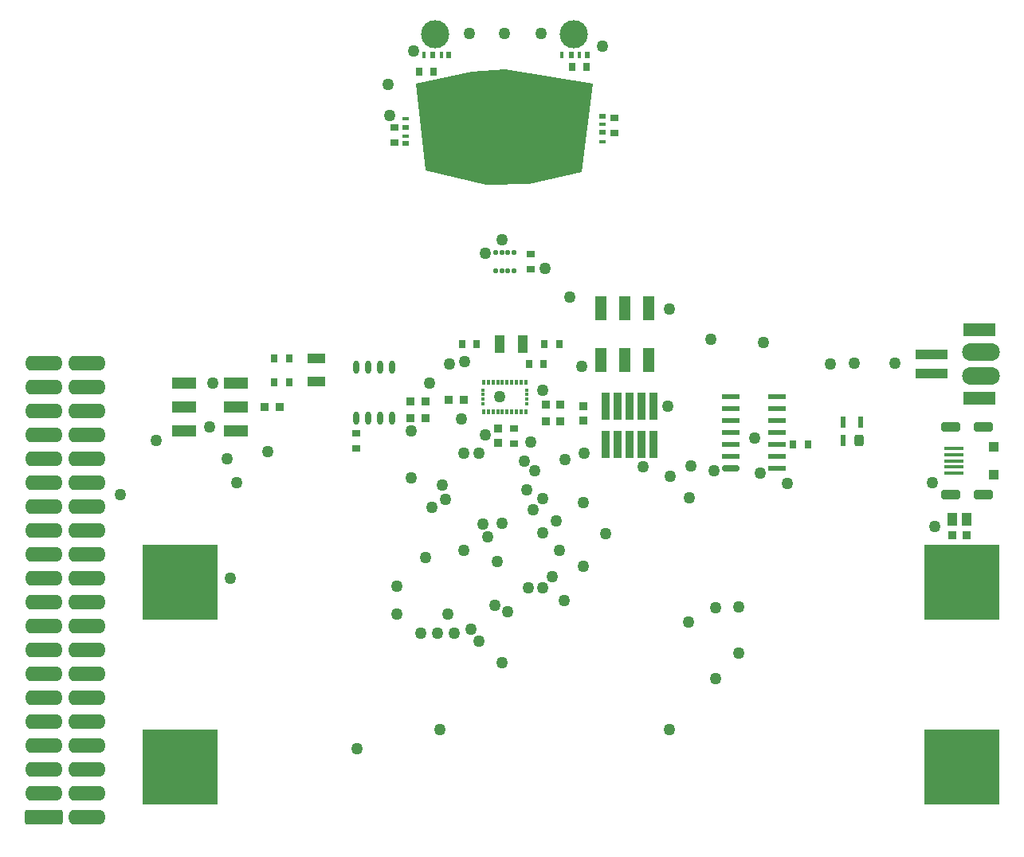
<source format=gbs>
G04*
G04 #@! TF.GenerationSoftware,Altium Limited,Altium Designer,20.1.11 (218)*
G04*
G04 Layer_Color=16711935*
%FSLAX44Y44*%
%MOMM*%
G71*
G04*
G04 #@! TF.SameCoordinates,F64D855A-75B5-494C-AA47-8135A0461B61*
G04*
G04*
G04 #@! TF.FilePolarity,Negative*
G04*
G01*
G75*
%ADD23R,0.8700X0.9700*%
%ADD24R,0.9652X0.7620*%
%ADD25R,0.9700X0.8700*%
%ADD27R,0.7620X0.9652*%
%ADD34O,4.0000X1.9050*%
G04:AMPARAMS|DCode=35|XSize=2mm|YSize=1mm|CornerRadius=0.25mm|HoleSize=0mm|Usage=FLASHONLY|Rotation=180.000|XOffset=0mm|YOffset=0mm|HoleType=Round|Shape=RoundedRectangle|*
%AMROUNDEDRECTD35*
21,1,2.0000,0.5000,0,0,180.0*
21,1,1.5000,1.0000,0,0,180.0*
1,1,0.5000,-0.7500,0.2500*
1,1,0.5000,0.7500,0.2500*
1,1,0.5000,0.7500,-0.2500*
1,1,0.5000,-0.7500,-0.2500*
%
%ADD35ROUNDEDRECTD35*%
%ADD36O,4.0000X1.6000*%
G04:AMPARAMS|DCode=37|XSize=1.6mm|YSize=4mm|CornerRadius=0.2mm|HoleSize=0mm|Usage=FLASHONLY|Rotation=270.000|XOffset=0mm|YOffset=0mm|HoleType=Round|Shape=RoundedRectangle|*
%AMROUNDEDRECTD37*
21,1,1.6000,3.6000,0,0,270.0*
21,1,1.2000,4.0000,0,0,270.0*
1,1,0.4000,-1.8000,-0.6000*
1,1,0.4000,-1.8000,0.6000*
1,1,0.4000,1.8000,0.6000*
1,1,0.4000,1.8000,-0.6000*
%
%ADD37ROUNDEDRECTD37*%
%ADD38C,1.2700*%
%ADD39C,3.0000*%
%ADD43R,1.1000X1.4000*%
%ADD44R,3.4000X1.4000*%
%ADD45R,3.5000X1.0000*%
%ADD46R,1.2700X2.5400*%
%ADD47R,0.6500X0.3500*%
%ADD48R,0.6500X0.6000*%
%ADD49R,0.6500X0.5000*%
%ADD50R,0.6500X0.4500*%
%ADD51R,0.5000X0.6500*%
%ADD52R,0.3500X0.6500*%
%ADD53R,0.6000X0.6500*%
%ADD54R,0.4500X0.6500*%
%ADD55O,0.6000X1.4000*%
%ADD56R,1.1000X1.9000*%
%ADD57R,0.3000X0.5250*%
%ADD58R,0.4250X0.3000*%
%ADD59R,0.7399X2.7899*%
%ADD60R,1.9000X0.6000*%
G04:AMPARAMS|DCode=61|XSize=1.9mm|YSize=0.6mm|CornerRadius=0.15mm|HoleSize=0mm|Usage=FLASHONLY|Rotation=0.000|XOffset=0mm|YOffset=0mm|HoleType=Round|Shape=RoundedRectangle|*
%AMROUNDEDRECTD61*
21,1,1.9000,0.3000,0,0,0.0*
21,1,1.6000,0.6000,0,0,0.0*
1,1,0.3000,0.8000,-0.1500*
1,1,0.3000,-0.8000,-0.1500*
1,1,0.3000,-0.8000,0.1500*
1,1,0.3000,0.8000,0.1500*
%
%ADD61ROUNDEDRECTD61*%
%ADD62R,2.1500X0.4000*%
%ADD63R,1.1000X1.1000*%
G04:AMPARAMS|DCode=64|XSize=0.49mm|YSize=0.45mm|CornerRadius=0.0563mm|HoleSize=0mm|Usage=FLASHONLY|Rotation=90.000|XOffset=0mm|YOffset=0mm|HoleType=Round|Shape=RoundedRectangle|*
%AMROUNDEDRECTD64*
21,1,0.4900,0.3375,0,0,90.0*
21,1,0.3775,0.4500,0,0,90.0*
1,1,0.1125,0.1688,0.1888*
1,1,0.1125,0.1688,-0.1888*
1,1,0.1125,-0.1688,-0.1888*
1,1,0.1125,-0.1688,0.1888*
%
%ADD64ROUNDEDRECTD64*%
%ADD65R,2.5400X1.2700*%
G04:AMPARAMS|DCode=66|XSize=1.26mm|YSize=0.59mm|CornerRadius=0.1475mm|HoleSize=0mm|Usage=FLASHONLY|Rotation=90.000|XOffset=0mm|YOffset=0mm|HoleType=Round|Shape=RoundedRectangle|*
%AMROUNDEDRECTD66*
21,1,1.2600,0.2950,0,0,90.0*
21,1,0.9650,0.5900,0,0,90.0*
1,1,0.2950,0.1475,0.4825*
1,1,0.2950,0.1475,-0.4825*
1,1,0.2950,-0.1475,-0.4825*
1,1,0.2950,-0.1475,0.4825*
%
%ADD66ROUNDEDRECTD66*%
G04:AMPARAMS|DCode=67|XSize=1.26mm|YSize=0.99mm|CornerRadius=0.2475mm|HoleSize=0mm|Usage=FLASHONLY|Rotation=90.000|XOffset=0mm|YOffset=0mm|HoleType=Round|Shape=RoundedRectangle|*
%AMROUNDEDRECTD67*
21,1,1.2600,0.4950,0,0,90.0*
21,1,0.7650,0.9900,0,0,90.0*
1,1,0.4950,0.2475,0.3825*
1,1,0.4950,0.2475,-0.3825*
1,1,0.4950,-0.2475,-0.3825*
1,1,0.4950,-0.2475,0.3825*
%
%ADD67ROUNDEDRECTD67*%
%ADD68R,8.0000X8.0000*%
%ADD69R,1.9000X1.1000*%
%ADD73R,0.8420X2.8920*%
%ADD74R,0.8423X2.8920*%
G36*
X729031Y839363D02*
X717398Y745451D01*
X661633Y732497D01*
X615835Y731669D01*
X551197Y746738D01*
X541071Y839363D01*
X600504Y851982D01*
X636378Y854662D01*
X729031Y839363D01*
D02*
G37*
D23*
X1126670Y359410D02*
D03*
X1111070D02*
D03*
X396420Y495300D02*
D03*
X380820D02*
D03*
X551360Y501650D02*
D03*
X535760D02*
D03*
X551360Y483870D02*
D03*
X535760D02*
D03*
X592000Y502920D02*
D03*
X576400D02*
D03*
X694870Y497840D02*
D03*
X679270D02*
D03*
X694870Y480060D02*
D03*
X679270D02*
D03*
D24*
X662940Y657874D02*
D03*
Y642126D02*
D03*
X751840Y787146D02*
D03*
Y802894D02*
D03*
X518160Y792734D02*
D03*
Y776986D02*
D03*
X645160Y456946D02*
D03*
Y472694D02*
D03*
X477520Y451866D02*
D03*
Y467614D02*
D03*
D25*
X628650Y472620D02*
D03*
Y457020D02*
D03*
X718820Y496750D02*
D03*
Y481150D02*
D03*
D27*
X560324Y852170D02*
D03*
X544576D02*
D03*
X406654Y521970D02*
D03*
X390906D02*
D03*
X406654Y547370D02*
D03*
X390906D02*
D03*
X677164Y541020D02*
D03*
X661416D02*
D03*
X707136Y857250D02*
D03*
X722884D02*
D03*
X957834Y455930D02*
D03*
X942086D02*
D03*
X590296Y562610D02*
D03*
X606044D02*
D03*
X693674D02*
D03*
X677926D02*
D03*
D34*
X1141250Y553720D02*
D03*
Y528320D02*
D03*
D35*
X1109420Y402150D02*
D03*
Y474150D02*
D03*
X1144120Y402150D02*
D03*
Y474150D02*
D03*
D36*
X146210Y313690D02*
D03*
Y237490D02*
D03*
Y161290D02*
D03*
Y466090D02*
D03*
Y389890D02*
D03*
X191610Y59690D02*
D03*
Y161290D02*
D03*
Y313690D02*
D03*
Y237490D02*
D03*
Y389890D02*
D03*
Y466090D02*
D03*
X146210Y85090D02*
D03*
Y110490D02*
D03*
Y135890D02*
D03*
Y212090D02*
D03*
Y186690D02*
D03*
Y288290D02*
D03*
Y262890D02*
D03*
Y339090D02*
D03*
Y364490D02*
D03*
Y440690D02*
D03*
Y415290D02*
D03*
Y542290D02*
D03*
Y516890D02*
D03*
Y491490D02*
D03*
X191610Y85090D02*
D03*
Y110490D02*
D03*
Y135890D02*
D03*
Y186690D02*
D03*
Y212090D02*
D03*
Y288290D02*
D03*
Y262890D02*
D03*
Y339090D02*
D03*
Y364490D02*
D03*
Y440690D02*
D03*
Y415290D02*
D03*
Y542290D02*
D03*
Y516890D02*
D03*
Y491490D02*
D03*
D37*
X146210Y59690D02*
D03*
D38*
X810260Y599440D02*
D03*
X591820Y445980D02*
D03*
X608330D02*
D03*
X573127Y397551D02*
D03*
X557966Y388620D02*
D03*
X612109Y370912D02*
D03*
X617927Y357380D02*
D03*
X690350Y374480D02*
D03*
X615330Y659130D02*
D03*
X808990Y496570D02*
D03*
X833755Y432582D02*
D03*
X811530Y421640D02*
D03*
X858081Y427770D02*
D03*
X831850Y398780D02*
D03*
X704850Y612140D02*
D03*
X635000Y892810D02*
D03*
X673909D02*
D03*
X675640Y513080D02*
D03*
X589280Y482600D02*
D03*
X520700Y304800D02*
D03*
X575310Y275590D02*
D03*
X520700D02*
D03*
X546100Y255270D02*
D03*
X478790Y132080D02*
D03*
X739140Y878840D02*
D03*
X598170Y892810D02*
D03*
X830580Y266700D02*
D03*
X551180Y335280D02*
D03*
X782320Y431800D02*
D03*
X901581Y462855D02*
D03*
X906890Y425240D02*
D03*
X910590Y563880D02*
D03*
X854710Y567690D02*
D03*
X742950Y360680D02*
D03*
X693420Y342900D02*
D03*
X662940Y458470D02*
D03*
X629920Y506730D02*
D03*
X1089660Y415290D02*
D03*
X627380Y331470D02*
D03*
X535940Y469900D02*
D03*
X350520Y415290D02*
D03*
X384077Y448171D02*
D03*
X568960Y412750D02*
D03*
X614680Y466090D02*
D03*
X699770Y439420D02*
D03*
X719807Y446008D02*
D03*
X665871Y386331D02*
D03*
X676076Y398344D02*
D03*
X675640Y361950D02*
D03*
X667702Y427990D02*
D03*
X656343Y438150D02*
D03*
X593090Y543560D02*
D03*
X576580Y541020D02*
D03*
X717482Y538277D02*
D03*
X511770Y838200D02*
D03*
X538480Y873760D02*
D03*
X981460Y541020D02*
D03*
X1007110Y542290D02*
D03*
X1050290D02*
D03*
X1092200Y368300D02*
D03*
X935990Y414020D02*
D03*
X632460Y223520D02*
D03*
X698500Y289560D02*
D03*
X718820Y393700D02*
D03*
X632686Y371810D02*
D03*
X659130Y407670D02*
D03*
X632659Y673299D02*
D03*
X555862Y520700D02*
D03*
X591820Y342900D02*
D03*
X535940Y420370D02*
D03*
X325120Y520700D02*
D03*
X321746Y474582D02*
D03*
X340418Y440690D02*
D03*
X678180Y642620D02*
D03*
X227330Y402590D02*
D03*
X718820Y326390D02*
D03*
X566769Y152329D02*
D03*
X599933Y259098D02*
D03*
X608330Y246380D02*
D03*
X265430Y459740D02*
D03*
X563880Y255270D02*
D03*
X581660D02*
D03*
X660400Y303530D02*
D03*
X624840Y284480D02*
D03*
X638719Y278186D02*
D03*
X675640Y303530D02*
D03*
X685848Y314846D02*
D03*
X344170Y313690D02*
D03*
X810260Y152400D02*
D03*
X513028Y805429D02*
D03*
X859790Y207010D02*
D03*
Y281940D02*
D03*
X883920Y233520D02*
D03*
Y283210D02*
D03*
D39*
X708660Y891360D02*
D03*
X562017Y891358D02*
D03*
D43*
X1111370Y375920D02*
D03*
X1126370D02*
D03*
D44*
X1140340Y577220D02*
D03*
Y504820D02*
D03*
D45*
X1089540Y551020D02*
D03*
Y531020D02*
D03*
D46*
X763270Y600070D02*
D03*
X737870D02*
D03*
X788670D02*
D03*
X763270Y545470D02*
D03*
X737870D02*
D03*
X788670D02*
D03*
D47*
X739460Y796250D02*
D03*
X530000Y783750D02*
D03*
D48*
X739460Y787500D02*
D03*
X530000Y792500D02*
D03*
D49*
X739460Y804500D02*
D03*
X530000Y775500D02*
D03*
D50*
X739460Y777750D02*
D03*
X530000Y802250D02*
D03*
D51*
X723360Y869950D02*
D03*
X576520D02*
D03*
D52*
X715110D02*
D03*
X568270D02*
D03*
D53*
X706360D02*
D03*
X559520D02*
D03*
D54*
X696610D02*
D03*
X549770D02*
D03*
D55*
X516090Y537540D02*
D03*
X503390D02*
D03*
X490690D02*
D03*
X503390Y483540D02*
D03*
X490690D02*
D03*
X516090D02*
D03*
X477990Y537540D02*
D03*
Y483540D02*
D03*
D56*
X655120Y562610D02*
D03*
X630120D02*
D03*
D57*
X658210Y521735D02*
D03*
X638210D02*
D03*
X643210D02*
D03*
X633210D02*
D03*
X653210D02*
D03*
X648210D02*
D03*
X658210Y490485D02*
D03*
X653210D02*
D03*
X638210D02*
D03*
X633210D02*
D03*
X648210D02*
D03*
X643210D02*
D03*
X628210Y521735D02*
D03*
X623210D02*
D03*
X618210D02*
D03*
X613210D02*
D03*
X623210Y490485D02*
D03*
X628210D02*
D03*
X618210D02*
D03*
X613210D02*
D03*
D58*
X658835Y513610D02*
D03*
Y503610D02*
D03*
Y508610D02*
D03*
Y498610D02*
D03*
X612585Y513610D02*
D03*
Y508610D02*
D03*
Y498610D02*
D03*
Y503610D02*
D03*
D59*
X793750Y496570D02*
D03*
X781050D02*
D03*
X793750Y455930D02*
D03*
X781050D02*
D03*
X768350Y496570D02*
D03*
X755650D02*
D03*
X768350Y455930D02*
D03*
X755650D02*
D03*
X742950Y496570D02*
D03*
Y455930D02*
D03*
D60*
X924980Y481330D02*
D03*
Y494030D02*
D03*
Y455930D02*
D03*
Y468630D02*
D03*
Y506730D02*
D03*
Y430530D02*
D03*
Y443230D02*
D03*
X875880Y506730D02*
D03*
Y481330D02*
D03*
Y494030D02*
D03*
Y455930D02*
D03*
Y468630D02*
D03*
Y443230D02*
D03*
D61*
Y430530D02*
D03*
D62*
X1112520Y425150D02*
D03*
Y431650D02*
D03*
Y451150D02*
D03*
Y438150D02*
D03*
Y444650D02*
D03*
D63*
X1155620Y423150D02*
D03*
Y453150D02*
D03*
D64*
X625960Y640300D02*
D03*
X645460D02*
D03*
X638960D02*
D03*
X632460D02*
D03*
X625960Y659700D02*
D03*
X645460D02*
D03*
X638960D02*
D03*
X632460D02*
D03*
D65*
X349880Y469900D02*
D03*
X295280D02*
D03*
X349880Y495300D02*
D03*
X295280D02*
D03*
X349880Y520700D02*
D03*
X295280D02*
D03*
D66*
X1014070Y479700D02*
D03*
X995070D02*
D03*
Y460100D02*
D03*
D67*
X1012070D02*
D03*
D68*
X291120Y112820D02*
D03*
Y308820D02*
D03*
X1121120D02*
D03*
Y112820D02*
D03*
D69*
X435610Y547170D02*
D03*
Y522170D02*
D03*
D73*
X793751Y496570D02*
D03*
Y455930D02*
D03*
X781051Y496570D02*
D03*
Y455930D02*
D03*
X755649Y496570D02*
D03*
Y455930D02*
D03*
X742949Y496570D02*
D03*
Y455930D02*
D03*
D74*
X768350Y496570D02*
D03*
Y455930D02*
D03*
M02*

</source>
